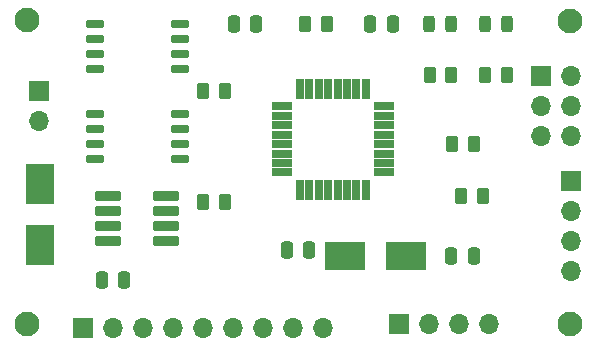
<source format=gts>
%TF.GenerationSoftware,KiCad,Pcbnew,8.0.5*%
%TF.CreationDate,2025-01-15T00:39:03+05:30*%
%TF.ProjectId,MCU_Datalogger,4d43555f-4461-4746-916c-6f676765722e,1*%
%TF.SameCoordinates,Original*%
%TF.FileFunction,Soldermask,Top*%
%TF.FilePolarity,Negative*%
%FSLAX46Y46*%
G04 Gerber Fmt 4.6, Leading zero omitted, Abs format (unit mm)*
G04 Created by KiCad (PCBNEW 8.0.5) date 2025-01-15 00:39:03*
%MOMM*%
%LPD*%
G01*
G04 APERTURE LIST*
G04 Aperture macros list*
%AMRoundRect*
0 Rectangle with rounded corners*
0 $1 Rounding radius*
0 $2 $3 $4 $5 $6 $7 $8 $9 X,Y pos of 4 corners*
0 Add a 4 corners polygon primitive as box body*
4,1,4,$2,$3,$4,$5,$6,$7,$8,$9,$2,$3,0*
0 Add four circle primitives for the rounded corners*
1,1,$1+$1,$2,$3*
1,1,$1+$1,$4,$5*
1,1,$1+$1,$6,$7*
1,1,$1+$1,$8,$9*
0 Add four rect primitives between the rounded corners*
20,1,$1+$1,$2,$3,$4,$5,0*
20,1,$1+$1,$4,$5,$6,$7,0*
20,1,$1+$1,$6,$7,$8,$9,0*
20,1,$1+$1,$8,$9,$2,$3,0*%
G04 Aperture macros list end*
%ADD10R,1.700000X1.700000*%
%ADD11O,1.700000X1.700000*%
%ADD12RoundRect,0.150000X-0.650000X-0.150000X0.650000X-0.150000X0.650000X0.150000X-0.650000X0.150000X0*%
%ADD13RoundRect,0.250000X-0.262500X-0.450000X0.262500X-0.450000X0.262500X0.450000X-0.262500X0.450000X0*%
%ADD14RoundRect,0.243750X-0.243750X-0.456250X0.243750X-0.456250X0.243750X0.456250X-0.243750X0.456250X0*%
%ADD15R,3.500000X2.400000*%
%ADD16C,2.100000*%
%ADD17RoundRect,0.250000X-0.250000X-0.475000X0.250000X-0.475000X0.250000X0.475000X-0.250000X0.475000X0*%
%ADD18RoundRect,0.102000X-0.750000X-0.275000X0.750000X-0.275000X0.750000X0.275000X-0.750000X0.275000X0*%
%ADD19RoundRect,0.102000X-0.275000X-0.750000X0.275000X-0.750000X0.275000X0.750000X-0.275000X0.750000X0*%
%ADD20RoundRect,0.250000X0.250000X0.475000X-0.250000X0.475000X-0.250000X-0.475000X0.250000X-0.475000X0*%
%ADD21R,2.400000X3.500000*%
%ADD22RoundRect,0.099250X-0.987750X-0.297750X0.987750X-0.297750X0.987750X0.297750X-0.987750X0.297750X0*%
G04 APERTURE END LIST*
D10*
%TO.C,BT1*%
X128905000Y-105410000D03*
D11*
X128905000Y-107950000D03*
%TD*%
D12*
%TO.C,U2*%
X133655000Y-107315000D03*
X133655000Y-108585000D03*
X133655000Y-109855000D03*
X133655000Y-111125000D03*
X140855000Y-111125000D03*
X140855000Y-109855000D03*
X140855000Y-108585000D03*
X140855000Y-107315000D03*
%TD*%
D13*
%TO.C,R2*%
X163910000Y-109855000D03*
X165735000Y-109855000D03*
%TD*%
D14*
%TO.C,D1*%
X166702500Y-99695000D03*
X168577500Y-99695000D03*
%TD*%
D10*
%TO.C,J1*%
X173990000Y-113030000D03*
D11*
X173990000Y-115570000D03*
X173990000Y-118110000D03*
X173990000Y-120650000D03*
%TD*%
D13*
%TO.C,R7*%
X142851500Y-105410000D03*
X144676500Y-105410000D03*
%TD*%
D15*
%TO.C,Y1*%
X154820000Y-119380000D03*
X160020000Y-119380000D03*
%TD*%
D10*
%TO.C,J2*%
X159385000Y-125095000D03*
D11*
X161925000Y-125095000D03*
X164465000Y-125095000D03*
X167005000Y-125095000D03*
%TD*%
D14*
%TO.C,D2*%
X161955000Y-99695000D03*
X163830000Y-99695000D03*
%TD*%
D16*
%TO.C,H1*%
X127889000Y-125095000D03*
%TD*%
D17*
%TO.C,C1*%
X156977000Y-99695000D03*
X158877000Y-99695000D03*
%TD*%
D16*
%TO.C,H4*%
X173863000Y-125095000D03*
%TD*%
D17*
%TO.C,C5*%
X145420000Y-99695000D03*
X147320000Y-99695000D03*
%TD*%
D12*
%TO.C,U1*%
X133655000Y-99695000D03*
X133655000Y-100965000D03*
X133655000Y-102235000D03*
X133655000Y-103505000D03*
X140855000Y-103505000D03*
X140855000Y-102235000D03*
X140855000Y-100965000D03*
X140855000Y-99695000D03*
%TD*%
D13*
%TO.C,R3*%
X151487500Y-99695000D03*
X153312500Y-99695000D03*
%TD*%
D18*
%TO.C,U4*%
X149515000Y-106680000D03*
X149515000Y-107480000D03*
X149515000Y-108280000D03*
X149515000Y-109080000D03*
X149515000Y-109880000D03*
X149515000Y-110680000D03*
X149515000Y-111480000D03*
X149515000Y-112280000D03*
D19*
X151015000Y-113780000D03*
X151815000Y-113780000D03*
X152615000Y-113780000D03*
X153415000Y-113780000D03*
X154215000Y-113780000D03*
X155015000Y-113780000D03*
X155815000Y-113780000D03*
X156615000Y-113780000D03*
D18*
X158115000Y-112280000D03*
X158115000Y-111480000D03*
X158115000Y-110680000D03*
X158115000Y-109880000D03*
X158115000Y-109080000D03*
X158115000Y-108280000D03*
X158115000Y-107480000D03*
X158115000Y-106680000D03*
D19*
X156615000Y-105180000D03*
X155815000Y-105180000D03*
X155015000Y-105180000D03*
X154215000Y-105180000D03*
X153415000Y-105180000D03*
X152615000Y-105180000D03*
X151815000Y-105180000D03*
X151015000Y-105180000D03*
%TD*%
D20*
%TO.C,C2*%
X136144000Y-121412000D03*
X134244000Y-121412000D03*
%TD*%
D10*
%TO.C,J4*%
X171450000Y-104140000D03*
D11*
X173990000Y-104140000D03*
X171450000Y-106680000D03*
X173990000Y-106680000D03*
X171450000Y-109220000D03*
X173990000Y-109220000D03*
%TD*%
D13*
%TO.C,R1*%
X166727500Y-104013000D03*
X168552500Y-104013000D03*
%TD*%
D17*
%TO.C,C4*%
X149926000Y-118872000D03*
X151826000Y-118872000D03*
%TD*%
%TO.C,C3*%
X163835000Y-119380000D03*
X165735000Y-119380000D03*
%TD*%
D10*
%TO.C,J3*%
X132689600Y-125425200D03*
D11*
X135229600Y-125425200D03*
X137769600Y-125425200D03*
X140309600Y-125425200D03*
X142849600Y-125425200D03*
X145389600Y-125425200D03*
X147929600Y-125425200D03*
X150469600Y-125425200D03*
X153009600Y-125425200D03*
%TD*%
D21*
%TO.C,Y2*%
X128981200Y-118424000D03*
X128981200Y-113224000D03*
%TD*%
D13*
%TO.C,R4*%
X162028500Y-104013000D03*
X163853500Y-104013000D03*
%TD*%
%TO.C,R6*%
X142851500Y-114808000D03*
X144676500Y-114808000D03*
%TD*%
D16*
%TO.C,H3*%
X127889000Y-99390200D03*
%TD*%
D13*
%TO.C,R5*%
X164695500Y-114300000D03*
X166520500Y-114300000D03*
%TD*%
D16*
%TO.C,H2*%
X173863000Y-99441000D03*
%TD*%
D22*
%TO.C,U3*%
X134750000Y-114300000D03*
X134750000Y-115570000D03*
X134750000Y-116840000D03*
X134750000Y-118110000D03*
X139700000Y-118110000D03*
X139700000Y-116840000D03*
X139700000Y-115570000D03*
X139700000Y-114300000D03*
%TD*%
M02*

</source>
